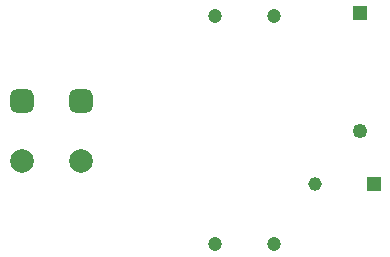
<source format=gbr>
G04*
G04 #@! TF.GenerationSoftware,Altium Limited,Altium Designer,24.9.1 (31)*
G04*
G04 Layer_Color=16711935*
%FSLAX25Y25*%
%MOIN*%
G70*
G04*
G04 #@! TF.SameCoordinates,339F8C44-8F51-4397-B52D-863AAE003943*
G04*
G04*
G04 #@! TF.FilePolarity,Negative*
G04*
G01*
G75*
%ADD20C,0.04737*%
%ADD21C,0.04528*%
%ADD22R,0.04528X0.04528*%
%ADD23C,0.04921*%
%ADD24R,0.04921X0.04921*%
G04:AMPARAMS|DCode=25|XSize=78.87mil|YSize=78.87mil|CornerRadius=21.72mil|HoleSize=0mil|Usage=FLASHONLY|Rotation=270.000|XOffset=0mil|YOffset=0mil|HoleType=Round|Shape=RoundedRectangle|*
%AMROUNDEDRECTD25*
21,1,0.07887,0.03543,0,0,270.0*
21,1,0.03543,0.07887,0,0,270.0*
1,1,0.04343,-0.01772,-0.01772*
1,1,0.04343,-0.01772,0.01772*
1,1,0.04343,0.01772,0.01772*
1,1,0.04343,0.01772,-0.01772*
%
%ADD25ROUNDEDRECTD25*%
%ADD26C,0.07887*%
D20*
X436401Y336500D02*
D03*
X416716D02*
D03*
Y260500D02*
D03*
X436401D02*
D03*
D21*
X450157Y280500D02*
D03*
D22*
X469842D02*
D03*
D23*
X465000Y298000D02*
D03*
D24*
Y337370D02*
D03*
D25*
X372185Y308000D02*
D03*
X352500D02*
D03*
D26*
Y288000D02*
D03*
X372185D02*
D03*
M02*

</source>
